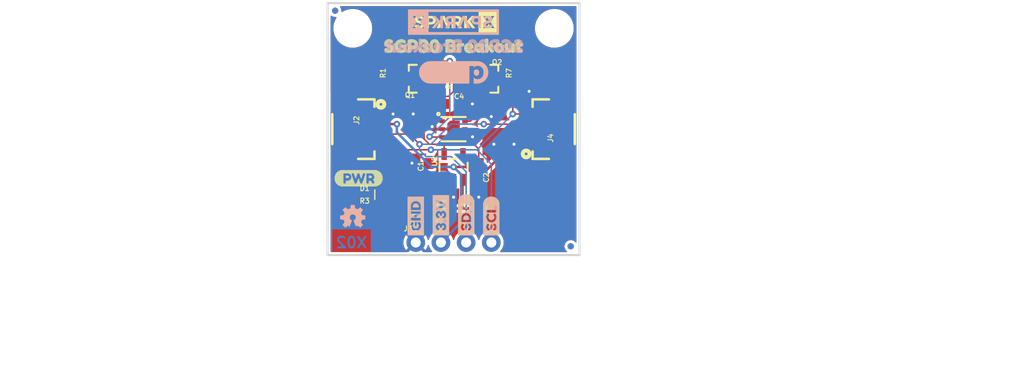
<source format=kicad_pcb>
(kicad_pcb (version 20211014) (generator pcbnew)
  (layers (0 "F.Cu" signal) (31 "B.Cu" signal) (34 "B.Paste" user) (35 "F.Paste" user) (36 "B.SilkS" user "B.Silkscreen") (37 "F.SilkS" user "F.Silkscreen") (38 "B.Mask" user) (39 "F.Mask" user) (44 "Edge.Cuts" user))
  (net 0 "")
  (net 1 "3.3V")
  (net 2 "GND")
  (net 3 "SCL")
  (net 4 "SDA")
  (net 5 "N$3")
  (net 6 "1.8V")
  (net 7 "LSDA")
  (net 8 "LSCL")
  (footprint "eagleBoard:0603" (layer "F.Cu") (at 147.2311 99.9236 -90)
    (fp_text reference "R2" (at 0 -0.762 90) (layer "F.SilkS") (effects (font (size 0.512064 0.512064) (thickness 0.097536)) (justify right)))
    (fp_text value "10k")
    (pad "1" smd rect (at -0.85 0 270) (size 1.1 1) (layers "F.Cu" "F.Paste" "F.Mask") (net 7 "LSDA"))
    (pad "2" smd rect (at 0.85 0 270) (size 1.1 1) (layers "F.Cu" "F.Paste" "F.Mask") (net 6 "1.8V"))
  )
  (footprint "eagleBoard:1X04_1MM_RA" (layer "F.Cu") (at 140.8811 105.0036 -90)
    (fp_text reference "J2" (at -1.397 2.159 90) (layer "F.SilkS") (effects (font (size 0.512064 0.512064) (thickness 0.097536)) (justify right)))
    (fp_text value "")
    (pad "1" smd rect (at -1.5 0 270) (size 0.6 1.35) (layers "F.Cu" "F.Paste" "F.Mask") (net 2 "GND"))
    (pad "2" smd rect (at -0.5 0 270) (size 0.6 1.35) (layers "F.Cu" "F.Paste" "F.Mask") (net 1 "3.3V"))
    (pad "3" smd rect (at 0.5 0 270) (size 0.6 1.35) (layers "F.Cu" "F.Paste" "F.Mask") (net 4 "SDA"))
    (pad "4" smd rect (at 1.5 0 270) (size 0.6 1.35) (layers "F.Cu" "F.Paste" "F.Mask") (net 3 "SCL"))
    (pad "NC1" smd rect (at 2.8 3.675 270) (size 1.2 2) (layers "F.Cu" "F.Paste" "F.Mask"))
    (pad "NC2" smd rect (at -2.8 3.675 270) (size 1.2 2) (layers "F.Cu" "F.Paste" "F.Mask"))
  )
  (footprint "eagleBoard:SOT23-3" (layer "F.Cu") (at 144.6911 99.9236 90)
    (fp_text reference "Q1" (at -1.651 0) (layer "F.SilkS") (effects (font (size 0.512064 0.512064) (thickness 0.097536)) (justify right)))
    (fp_text value "")
    (pad "1" smd rect (at -0.95 1 90) (size 0.8 0.9) (layers "F.Cu" "F.Paste" "F.Mask") (net 6 "1.8V"))
    (pad "2" smd rect (at 0.95 1 90) (size 0.8 0.9) (layers "F.Cu" "F.Paste" "F.Mask") (net 7 "LSDA"))
    (pad "3" smd rect (at 0 -1.1 90) (size 0.8 0.9) (layers "F.Cu" "F.Paste" "F.Mask") (net 4 "SDA"))
  )
  (footprint "eagleBoard:MICRO-FIDUCIAL" (layer "F.Cu") (at 136.5631 93.0656)
    (fp_text reference "JP6" hide)
    (fp_text value "FIDUCIALUFIDUCIAL" hide)
    (pad "1" smd roundrect (at 0 0) (size 0.635 0.635) (layers "F.Cu" "F.Mask") (roundrect_rratio 0.5))
  )
  (footprint "eagleBoard:SOT23-3" (layer "F.Cu") (at 152.3111 99.9236 -90)
    (fp_text reference "Q2" (at -1.651 0) (layer "F.SilkS") (effects (font (size 0.512064 0.512064) (thickness 0.097536)) (justify left)))
    (fp_text value "")
    (pad "1" smd rect (at -0.95 1 270) (size 0.8 0.9) (layers "F.Cu" "F.Paste" "F.Mask") (net 6 "1.8V"))
    (pad "2" smd rect (at 0.95 1 270) (size 0.8 0.9) (layers "F.Cu" "F.Paste" "F.Mask") (net 8 "LSCL"))
    (pad "3" smd rect (at 0 -1.1 270) (size 0.8 0.9) (layers "F.Cu" "F.Paste" "F.Mask") (net 3 "SCL"))
  )
  (footprint "eagleBoard:SCL9" (layer "F.Cu") (at 152.3111 116.1796 90)
    (fp_text reference "U$26" hide)
    (fp_text value "" hide)
  )
  (footprint "eagleBoard:SOT23-5" (layer "F.Cu") (at 148.5011 108.8136)
    (fp_text reference "U2" (at -1.905 0 90) (layer "F.SilkS") (effects (font (size 0.512064 0.512064) (thickness 0.097536)) (justify left)))
    (fp_text value "AP2112k")
    (pad "1" smd rect (at -0.95 1.3001) (size 0.55 1.2) (layers "F.Cu" "F.Paste" "F.Mask") (net 1 "3.3V"))
    (pad "2" smd rect (at 0 1.3001) (size 0.55 1.2) (layers "F.Cu" "F.Paste" "F.Mask") (net 2 "GND"))
    (pad "3" smd rect (at 0.95 1.3001) (size 0.55 1.2) (layers "F.Cu" "F.Paste" "F.Mask") (net 1 "3.3V"))
    (pad "4" smd rect (at 0.95 -1.3001) (size 0.55 1.2) (layers "F.Cu" "F.Paste" "F.Mask"))
    (pad "5" smd rect (at -0.95 -1.3001) (size 0.55 1.2) (layers "F.Cu" "F.Paste" "F.Mask") (net 6 "1.8V"))
  )
  (footprint "eagleBoard:SGP30" (layer "F.Cu") (at 148.5011 105.0036)
    (fp_text reference "U1" hide)
    (fp_text value "SGP30" hide)
    (fp_poly (pts (xy 0.62505 0.85005) (xy -0.62505 0.85005) (xy -0.62505 -0.575021) (xy -0.350021 -0.85005) (xy 0.62505 -0.85005)) (layer "F.Cu") (width 0) (fill solid))
    (pad "1" smd rect (at -1.15 -0.8) (size 0.55 0.4) (layers "F.Cu" "F.Mask") (net 6 "1.8V"))
    (pad "2" smd rect (at -1.15 0) (size 0.55 0.4) (layers "F.Cu" "F.Mask") (net 2 "GND"))
    (pad "3" smd rect (at -1.15 0.8) (size 0.55 0.4) (layers "F.Cu" "F.Mask") (net 7 "LSDA"))
    (pad "4" smd rect (at 1.15 0.8) (size 0.55 0.4) (layers "F.Cu" "F.Mask") (net 2 "GND"))
    (pad "5" smd rect (at 1.15 0) (size 0.55 0.4) (layers "F.Cu" "F.Mask") (net 6 "1.8V"))
    (pad "6" smd rect (at 1.15 -0.8) (size 0.55 0.4) (layers "F.Cu" "F.Mask") (net 8 "LSCL"))
    (pad "DIEPAD" smd rect (at 0 0 90) (size 0.6096 0.3048) (layers "F.Cu") (net 2 "GND"))
  )
  (footprint "eagleBoard:1X04_NO_SILK" (layer "F.Cu") (at 144.6911 116.4336)
    (fp_text reference "J3" (at -1.27 -1.397) (layer "F.SilkS") (effects (font (size 0.512064 0.512064) (thickness 0.097536)) (justify left)))
    (fp_text value "PTH")
    (pad "1" thru_hole circle (at 0 0 90) (size 1.8796 1.8796) (drill 1.016) (layers *.Cu *.Mask) (net 2 "GND"))
    (pad "2" thru_hole circle (at 2.54 0 90) (size 1.8796 1.8796) (drill 1.016) (layers *.Cu *.Mask) (net 1 "3.3V"))
    (pad "3" thru_hole circle (at 5.08 0 90) (size 1.8796 1.8796) (drill 1.016) (layers *.Cu *.Mask) (net 4 "SDA"))
    (pad "4" thru_hole circle (at 7.62 0 90) (size 1.8796 1.8796) (drill 1.016) (layers *.Cu *.Mask) (net 3 "SCL"))
  )
  (footprint "eagleBoard:STAND-OFF" (layer "F.Cu") (at 158.6611 94.8436)
    (fp_text reference "JP4" hide)
    (fp_text value "STAND-OFF" hide)
    (pad "" np_thru_hole circle (at 0 0) (size 3.302 3.302) (drill 3.302) (layers *.Cu *.Mask))
  )
  (footprint "eagleBoard:SDA8" (layer "F.Cu") (at 149.7711 116.1796 90)
    (fp_text reference "U$27" hide)
    (fp_text value "" hide)
  )
  (footprint "eagleBoard:1X04_1MM_RA" (layer "F.Cu") (at 156.1211 105.0036 90)
    (fp_text reference "J4" (at -1.397 2.159 90) (layer "F.SilkS") (effects (font (size 0.512064 0.512064) (thickness 0.097536)) (justify left)))
    (fp_text value "")
    (pad "1" smd rect (at -1.5 0 90) (size 0.6 1.35) (layers "F.Cu" "F.Paste" "F.Mask") (net 2 "GND"))
    (pad "2" smd rect (at -0.5 0 90) (size 0.6 1.35) (layers "F.Cu" "F.Paste" "F.Mask") (net 1 "3.3V"))
    (pad "3" smd rect (at 0.5 0 90) (size 0.6 1.35) (layers "F.Cu" "F.Paste" "F.Mask") (net 4 "SDA"))
    (pad "4" smd rect (at 1.5 0 90) (size 0.6 1.35) (layers "F.Cu" "F.Paste" "F.Mask") (net 3 "SCL"))
    (pad "NC1" smd rect (at 2.8 3.675 90) (size 1.2 2) (layers "F.Cu" "F.Paste" "F.Mask"))
    (pad "NC2" smd rect (at -2.8 3.675 90) (size 1.2 2) (layers "F.Cu" "F.Paste" "F.Mask"))
  )
  (footprint "eagleBoard:SGP30_BREAKOUT1" (layer "F.Cu") (at 140.3731 96.6216)
    (fp_text reference "U$7" hide)
    (fp_text value "" hide)
  )
  (footprint "eagleBoard:0603" (layer "F.Cu") (at 149.7711 99.9236 90)
    (fp_text reference "R6" (at 0 -0.762 90) (layer "F.SilkS") (effects (font (size 0.512064 0.512064) (thickness 0.097536)) (justify left)))
    (fp_text value "10k")
    (pad "1" smd rect (at -0.85 0 90) (size 1.1 1) (layers "F.Cu" "F.Paste" "F.Mask") (net 8 "LSCL"))
    (pad "2" smd rect (at 0.85 0 90) (size 1.1 1) (layers "F.Cu" "F.Paste" "F.Mask") (net 6 "1.8V"))
  )
  (footprint "eagleBoard:(PWR)" (layer "F.Cu") (at 136.4361 109.9566)
    (fp_text reference "U$10" hide)
    (fp_text value "" hide)
  )
  (footprint "eagleBoard:LED-0603" (layer "F.Cu") (at 138.9761 111.6076)
    (fp_text reference "D1" (at 0 -0.635) (layer "F.SilkS") (effects (font (size 0.512064 0.512064) (thickness 0.097536)) (justify left)))
    (fp_text value "RED")
    (pad "A" smd roundrect (at -0.877 0 270) (size 1 1) (layers "F.Cu" "F.Paste" "F.Mask") (roundrect_rratio 0.15) (net 5 "N$3"))
    (pad "C" smd roundrect (at 0.877 0 270) (size 1 1) (layers "F.Cu" "F.Paste" "F.Mask") (roundrect_rratio 0.15) (net 2 "GND"))
  )
  (footprint "eagleBoard:GND1" (layer "F.Cu") (at 144.6911 116.1796 90)
    (fp_text reference "U$22" hide)
    (fp_text value "" hide)
  )
  (footprint "eagleBoard:0603" (layer "F.Cu") (at 151.0411 109.3216 -90)
    (fp_text reference "C2" (at 0 -0.762 90) (layer "F.SilkS") (effects (font (size 0.512064 0.512064) (thickness 0.097536)) (justify right)))
    (fp_text value "1.0uF")
    (pad "1" smd rect (at -0.85 0 270) (size 1.1 1) (layers "F.Cu" "F.Paste" "F.Mask") (net 6 "1.8V"))
    (pad "2" smd rect (at 0.85 0 270) (size 1.1 1) (layers "F.Cu" "F.Paste" "F.Mask") (net 2 "GND"))
  )
  (footprint "eagleBoard:STAND-OFF" (layer "F.Cu") (at 138.3411 94.8436)
    (fp_text reference "JP3" hide)
    (fp_text value "STAND-OFF" hide)
    (pad "" np_thru_hole circle (at 0 0) (size 3.302 3.302) (drill 3.302) (layers *.Cu *.Mask))
  )
  (footprint "eagleBoard:SPARKX-MEDIUM" (layer "F.Cu") (at 148.5011 94.2086)
    (fp_text reference "U$1" hide)
    (fp_text value "SPARKX-LOGO4" hide)
  )
  (footprint "eagleBoard:3#3V2" (layer "F.Cu") (at 147.2311 116.1796 90)
    (fp_text reference "U$21" hide)
    (fp_text value "" hide)
  )
  (footprint "eagleBoard:0603" (layer "F.Cu") (at 138.9761 113.0046)
    (fp_text reference "R3" (at 0 -0.762) (layer "F.SilkS") (effects (font (size 0.512064 0.512064) (thickness 0.097536)) (justify left)))
    (fp_text value "1k")
    (pad "1" smd rect (at -0.85 0) (size 1.1 1) (layers "F.Cu" "F.Paste" "F.Mask") (net 5 "N$3"))
    (pad "2" smd rect (at 0.85 0) (size 1.1 1) (layers "F.Cu" "F.Paste" "F.Mask") (net 1 "3.3V"))
  )
  (footprint "eagleBoard:0603" (layer "F.Cu") (at 154.8511 99.9236 90)
    (fp_text reference "R7" (at 0 -0.762 90) (layer "F.SilkS") (effects (font (size 0.512064 0.512064) (thickness 0.097536)) (justify left)))
    (fp_text value "10k")
    (pad "1" smd rect (at -0.85 0 90) (size 1.1 1) (layers "F.Cu" "F.Paste" "F.Mask") (net 3 "SCL"))
    (pad "2" smd rect (at 0.85 0 90) (size 1.1 1) (layers "F.Cu" "F.Paste" "F.Mask") (net 1 "3.3V"))
  )
  (footprint "eagleBoard:CREATIVE_COMMONS" (layer "F.Cu") (at 123.1011 130.4036)
    (fp_text reference "FRAME1" hide)
    (fp_text value "FRAME-LETTER" hide)
  )
  (footprint "eagleBoard:0603" (layer "F.Cu") (at 145.9611 109.3216 90)
    (fp_text reference "C1" (at 0 -0.762 90) (layer "F.SilkS") (effects (font (size 0.512064 0.512064) (thickness 0.097536)) (justify left)))
    (fp_text value "1.0uF")
    (pad "1" smd rect (at -0.85 0 90) (size 1.1 1) (layers "F.Cu" "F.Paste" "F.Mask") (net 1 "3.3V"))
    (pad "2" smd rect (at 0.85 0 90) (size 1.1 1) (layers "F.Cu" "F.Paste" "F.Mask") (net 2 "GND"))
  )
  (footprint "eagleBoard:0603" (layer "F.Cu") (at 148.5011 102.4636)
    (fp_text reference "C4" (at 0 -0.762) (layer "F.SilkS") (effects (font (size 0.512064 0.512064) (thickness 0.097536)) (justify left)))
    (fp_text value "0.1uF")
    (pad "1" smd rect (at -0.85 0) (size 1.1 1) (layers "F.Cu" "F.Paste" "F.Mask") (net 6 "1.8V"))
    (pad "2" smd rect (at 0.85 0) (size 1.1 1) (layers "F.Cu" "F.Paste" "F.Mask") (net 2 "GND"))
  )
  (footprint "eagleBoard:0603" (layer "F.Cu") (at 142.1511 99.9236 90)
    (fp_text reference "R1" (at 0 -0.762 90) (layer "F.SilkS") (effects (font (size 0.512064 0.512064) (thickness 0.097536)) (justify left)))
    (fp_text value "10k")
    (pad "1" smd rect (at -0.85 0 90) (size 1.1 1) (layers "F.Cu" "F.Paste" "F.Mask") (net 4 "SDA"))
    (pad "2" smd rect (at 0.85 0 90) (size 1.1 1) (layers "F.Cu" "F.Paste" "F.Mask") (net 1 "3.3V"))
  )
  (footprint "eagleBoard:MICRO-FIDUCIAL" (layer "F.Cu") (at 160.3121 116.8146)
    (fp_text reference "JP2" hide)
    (fp_text value "FIDUCIALUFIDUCIAL" hide)
    (pad "1" smd roundrect (at 0 0) (size 0.635 0.635) (layers "F.Cu" "F.Mask") (roundrect_rratio 0.5))
  )
  (footprint "eagleBoard:OSHW-LOGO-MINI" (layer "B.Cu") (at 138.3411 113.8936 180)
    (fp_text reference "LOGO1" hide)
    (fp_text value "OSHW-LOGOMINI" hide)
  )
  (footprint "eagleBoard:SGP30_BREAKOUT1" (layer "B.Cu") (at 156.6291 96.6216 180)
    (fp_text reference "U$8" hide)
    (fp_text value "" hide)
  )
  (footprint "eagleBoard:MICRO-FIDUCIAL" (layer "B.Cu") (at 136.5631 93.0656 180)
    (fp_text reference "JP1" hide)
    (fp_text value "FIDUCIALUFIDUCIAL" hide)
    (pad "1" smd roundrect (at 0 0 180) (size 0.635 0.635) (layers "B.Cu" "B.Mask") (roundrect_rratio 0.5))
  )
  (footprint "eagleBoard:QWIIC_7MM" (layer "B.Cu") (at 148.5011 99.2886 180)
    (fp_text reference "U$9" hide)
    (fp_text value "QWIIC_LOGO_7MM" hide)
  )
  (footprint "eagleBoard:3#3V2" (layer "B.Cu") (at 147.2311 116.1796 90)
    (fp_text reference "U$4" hide)
    (fp_text value "" hide)
  )
  (footprint "eagleBoard:SCL9" (layer "B.Cu") (at 152.3111 116.1796 90)
    (fp_text reference "U$6" hide)
    (fp_text value "" hide)
  )
  (footprint "eagleBoard:SDA8" (layer "B.Cu") (at 149.7711 116.1796 90)
    (fp_text reference "U$5" hide)
    (fp_text value "" hide)
  )
  (footprint "eagleBoard:GND1" (layer "B.Cu") (at 144.6911 116.1796 90)
    (fp_text reference "U$3" hide)
    (fp_text value "" hide)
  )
  (footprint "eagleBoard:MICRO-FIDUCIAL" (layer "B.Cu") (at 160.3121 116.8146 180)
    (fp_text reference "JP5" hide)
    (fp_text value "FIDUCIALUFIDUCIAL" hide)
    (pad "1" smd roundrect (at 0 0 180) (size 0.635 0.635) (layers "B.Cu" "B.Mask") (roundrect_rratio 0.5))
  )
  (footprint "eagleBoard:SPARKX-MEDIUM" (layer "B.Cu") (at 148.5011 94.2086 180)
    (fp_text reference "U$2" hide)
    (fp_text value "SPARKX-LOGO4" hide)
  )
  (gr_line (start 135.8011 92.3036) (end 161.2011 92.3036) (layer "Edge.Cuts") (width 0.2032))
  (gr_line (start 161.2011 117.7036) (end 135.8011 117.7036) (layer "Edge.Cuts") (width 0.2032))
  (gr_line (start 135.8011 117.7036) (end 135.8011 92.3036) (layer "Edge.Cuts") (width 0.2032))
  (gr_line (start 161.2011 92.3036) (end 161.2011 117.7036) (layer "Edge.Cuts") (width 0.2032))
  (gr_text "X02" (at 138.2141 116.4336) (layer "B.Cu") (effects (font (size 1.0795 1.0795) (thickness 0.1905)) (justify mirror)))
  (segment (start 149.3901 113.0046) (end 147.6121 113.0046) (width 0.254) (layer "F.Cu") (net 1))
  (segment (start 145.9611 113.0046) (end 139.8261 113.0046) (width 0.254) (layer "F.Cu") (net 1))
  (segment (start 150.2585 109.301) (end 151.656831 109.301) (width 0.254) (layer "F.Cu") (net 1))
  (segment (start 149.4511 110.1137) (end 149.4511 112.9436) (width 0.1524) (layer "F.Cu") (net 1))
  (segment (start 153.2001 106.7736) (end 154.4701 105.5036) (width 0.254) (layer "F.Cu") (net 1))
  (segment (start 145.9611 110.1716) (end 145.9611 113.0046) (width 0.1524) (layer "F.Cu") (net 1))
  (segment (start 139.6111 100.0506) (end 141.5161 98.1456) (width 0.1524) (layer "F.Cu") (net 1))
  (segment (start 142.0241 98.1456) (end 141.5161 98.1456) (width 0.1524) (layer "F.Cu") (net 1))
  (segment (start 154.8511 98.2726) (end 154.9781 98.1456) (width 0.1524) (layer "F.Cu") (net 1))
  (segment (start 156.1211 105.5036) (end 156.8911 105.5036) (width 0.1524) (layer "F.Cu") (net 1))
  (segment (start 150.0251 113.0046) (end 149.3901 113.0046) (width 0.254) (layer "F.Cu") (net 1))
  (segment (start 149.4511 112.9436) (end 149.3901 113.0046) (width 0.1524) (layer "F.Cu") (net 1))
  (segment (start 142.1511 99.0736) (end 142.1511 98.2726) (width 0.1524) (layer "F.Cu") (net 1))
  (segment (start 154.8511 99.0736) (end 154.8511 98.2726) (width 0.1524) (layer "F.Cu") (net 1))
  (segment (start 150.2617 112.768) (end 150.0251 113.0046) (width 0.254) (layer "F.Cu") (net 1))
  (segment (start 140.8891 104.4956) (end 142.7861 104.4956) (width 0.254) (layer "F.Cu") (net 1))
  (segment (start 147.5511 112.9436) (end 147.6121 113.0046) (width 0.1524) (layer "F.Cu") (net 1))
  (segment (start 148.5011 108.8136) (end 149.7711 108.8136) (width 0.254) (layer "F.Cu") (net 1))
  (segment (start 151.656831 109.301) (end 153.2001 107.757732) (width 0.254) (layer "F.Cu") (net 1))
  (segment (start 157.3911 105.0036) (end 157.3911 100.0506) (width 0.1524) (layer "F.Cu") (net 1))
  (segment (start 150.2585 109.301) (end 150.2617 109.3042) (width 0.254) (layer "F.Cu") (net 1))
  (segment (start 147.6121 113.0046) (end 145.9611 113.0046) (width 0.254) (layer "F.Cu") (net 1))
  (segment (start 150.2617 109.3042) (end 150.2617 112.768) (width 0.254) (layer "F.Cu") (net 1))
  (segment (start 156.8911 105.5036) (end 157.3911 105.0036) (width 0.1524) (layer "F.Cu") (net 1))
  (segment (start 155.9941 105.5036) (end 156.1211 105.5036) (width 0.1524) (layer "F.Cu") (net 1))
  (segment (start 139.8731 104.5036) (end 139.6111 104.2416) (width 0.1524) (layer "F.Cu") (net 1))
  (segment (start 140.8811 104.5036) (end 139.8731 104.5036) (width 0.1524) (layer "F.Cu") (net 1))
  (segment (start 142.1511 98.2726) (end 142.0241 98.1456) (width 0.1524) (layer "F.Cu") (net 1))
  (segment (start 139.6111 104.2416) (end 139.6111 100.0506) (width 0.1524) (layer "F.Cu") (net 1))
  (segment (start 157.3911 100.0506) (end 155.4861 98.1456) (width 0.1524) (layer "F.Cu") (net 1))
  (segment (start 149.7711 108.8136) (end 150.2585 109.301) (width 0.254) (layer "F.Cu") (net 1))
  (segment (start 154.9781 98.1456) (end 155.4861 98.1456) (width 0.1524) (layer "F.Cu") (net 1))
  (segment (start 140.8811 104.5036) (end 140.8891 104.4956) (width 0.254) (layer "F.Cu") (net 1))
  (segment (start 147.5511 110.1137) (end 147.5511 112.9436) (width 0.1524) (layer "F.Cu") (net 1))
  (segment (start 153.2001 107.757732) (end 153.2001 106.7736) (width 0.254) (layer "F.Cu") (net 1))
  (segment (start 154.4701 105.5036) (end 155.9941 105.5036) (width 0.254) (layer "F.Cu") (net 1))
  (via (at 142.7861 104.4956) (size 0.6604) (drill 0.3048) (layers "F.Cu" "B.Cu") (net 1))
  (via (at 148.5011 108.8136) (size 0.6604) (drill 0.3048) (layers "F.Cu" "B.Cu") (net 1))
  (segment (start 146.270256 108.8136) (end 142.7861 105.329444) (width 0.254) (layer "B.Cu") (net 1))
  (segment (start 142.7861 105.329444) (end 142.7861 104.4956) (width 0.254) (layer "B.Cu") (net 1))
  (segment (start 149.2631 109.5756) (end 148.5011 108.8136) (width 0.254) (layer "B.Cu") (net 1))
  (segment (start 149.2631 109.5756) (end 149.2631 114.4016) (width 0.254) (layer "B.Cu") (net 1))
  (segment (start 148.5011 108.8136) (end 146.270256 108.8136) (width 0.254) (layer "B.Cu") (net 1))
  (segment (start 147.2311 116.4336) (end 149.2631 114.4016) (width 0.254) (layer "B.Cu") (net 1))
  (segment (start 148.5011 110.1137) (end 148.5011 109.8296) (width 0.1524) (layer "F.Cu") (net 2))
  (segment (start 148.2471 105.0036) (end 148.3741 105.0036) (width 0.1524) (layer "F.Cu") (net 2))
  (segment (start 148.5011 105.0036) (end 148.5011 103.7336) (width 0.254) (layer "F.Cu") (net 2))
  (segment (start 148.5011 109.8296) (end 147.1431 108.4716) (width 0.1524) (layer "F.Cu") (net 2))
  (segment (start 148.3741 105.1306) (end 148.3741 105.0036) (width 0.254) (layer "F.Cu") (net 2))
  (segment (start 149.3511 102.4636) (end 150.4061 102.4636) (width 0.1524) (layer "F.Cu") (net 2))
  (segment (start 140.8811 103.5036) (end 142.3811 103.5036) (width 0.1524) (layer "F.Cu") (net 2))
  (segment (start 156.1211 106.5036) (end 154.6211 106.5036) (width 0.1524) (layer "F.Cu") (net 2))
  (segment (start 154.6211 106.5036) (end 154.5971 106.5276) (width 0.1524) (layer "F.Cu") (net 2))
  (segment (start 147.1431 108.4716) (end 145.9611 108.4716) (width 0.1524) (layer "F.Cu") (net 2))
  (segment (start 147.3511 105.0036) (end 148.2471 105.0036) (width 0.1524) (layer "F.Cu") (net 2))
  (segment (start 149.0091 105.7656) (end 148.3741 105.1306) (width 0.254) (layer "F.Cu") (net 2))
  (segment (start 149.6511 105.8036) (end 149.0471 105.8036) (width 0.254) (layer "F.Cu") (net 2))
  (segment (start 149.6511 105.8036) (end 149.6764 105.7783) (width 0.1524) (layer "F.Cu") (net 2))
  (segment (start 142.3811 103.5036) (end 142.4051 103.4796) (width 0.1524) (layer "F.Cu") (net 2))
  (segment (start 144.3491 108.4716) (end 144.3101 108.4326) (width 0.254) (layer "F.Cu") (net 2))
  (segment (start 148.3741 105.0036) (end 148.5011 105.0036) (width 0.254) (layer "F.Cu") (net 2))
  (segment (start 147.3511 105.0036) (end 148.3741 105.0036) (width 0.254) (layer "F.Cu") (net 2))
  (segment (start 149.0091 105.7656) (end 148.2471 105.0036) (width 0.1524) (layer "F.Cu") (net 2))
  (segment (start 149.0471 105.8036) (end 149.0091 105.7656) (width 0.254) (layer "F.Cu") (net 2))
  (segment (start 145.9611 108.4716) (end 144.3491 108.4716) (width 0.254) (layer "F.Cu") (net 2))
  (segment (start 146.3421 104.7496) (end 146.4691 104.7496) (width 0.254) (layer "F.Cu") (net 2))
  (segment (start 146.7231 105.0036) (end 147.3511 105.0036) (width 0.1524) (layer "F.Cu") (net 2))
  (segment (start 146.4691 104.7496) (end 146.7231 105.0036) (width 0.254) (layer "F.Cu") (net 2))
  (segment (start 149.6764 105.7783) (end 150.4188 105.7783) (width 0.1524) (layer "F.Cu") (net 2))
  (via (at 152.3111 103.7336) (size 0.6604) (drill 0.3048) (layers "F.Cu" "B.Cu") (net 2))
  (via (at 152.5651 106.5276) (size 0.6604) (drill 0.3048) (layers "F.Cu" "B.Cu") (net 2))
  (via (at 148.5011 111.8616) (size 0.6604) (drill 0.3048) (layers "F.Cu" "B.Cu") (net 2))
  (via (at 144.4371 103.4796) (size 0.6604) (drill 0.3048) (layers "F.Cu" "B.Cu") (net 2))
  (via (at 156.1211 101.1936) (size 0.6604) (drill 0.3048) (layers "F.Cu" "B.Cu") (net 2))
  (via (at 142.4051 103.4796) (size 0.6604) (drill 0.3048) (layers "F.Cu" "B.Cu") (net 2))
  (via (at 144.3101 108.4326) (size 0.6604) (drill 0.3048) (layers "F.Cu" "B.Cu") (net 2))
  (via (at 154.5971 106.5276) (size 0.6604) (drill 0.3048) (layers "F.Cu" "B.Cu") (net 2))
  (via (at 151.0411 111.8616) (size 0.6604) (drill 0.3048) (layers "F.Cu" "B.Cu") (net 2))
  (via (at 150.4188 105.7783) (size 0.6604) (drill 0.3048) (layers "F.Cu" "B.Cu") (net 2))
  (via (at 146.3421 104.7496) (size 0.6604) (drill 0.3048) (layers "F.Cu" "B.Cu") (net 2))
  (via (at 150.4061 102.4636) (size 0.6604) (drill 0.3048) (layers "F.Cu" "B.Cu") (net 2))
  (segment (start 150.4188 105.7783) (end 151.0919 105.1052) (width 0.254) (layer "B.Cu") (net 2))
  (segment (start 151.0919 105.1052) (end 151.801606 105.1052) (width 0.254) (layer "B.Cu") (net 2))
  (segment (start 152.3111 104.595707) (end 152.3111 103.7336) (width 0.254) (layer "B.Cu") (net 2))
  (segment (start 151.801606 105.1052) (end 152.3111 104.595707) (width 0.254) (layer "B.Cu") (net 2))
  (segment (start 153.4111 99.9236) (end 153.9621 100.4746) (width 0.1524) (layer "F.Cu") (net 3))
  (segment (start 154.4701 103.4796) (end 156.0971 103.4796) (width 0.1524) (layer "F.Cu") (net 3))
  (segment (start 153.9621 100.4746) (end 153.9621 101.3206) (width 0.1524) (layer "F.Cu") (net 3))
  (segment (start 143.2179 107.0864) (end 142.6351 106.5036) (width 0.1524) (layer "F.Cu") (net 3))
  (segment (start 156.0971 103.4796) (end 156.1211 103.5036) (width 0.1524) (layer "F.Cu") (net 3))
  (segment (start 154.7241 101.7016) (end 154.4701 101.7016) (width 0.1524) (layer "F.Cu") (net 3))
  (segment (start 154.8511 101.5746) (end 154.7241 101.7016) (width 0.1524) (layer "F.Cu") (net 3))
  (segment (start 153.9621 101.3206) (end 154.3431 101.7016) (width 0.1524) (layer "F.Cu") (net 3))
  (segment (start 142.6351 106.5036) (end 140.8811 106.5036) (width 0.1524) (layer "F.Cu") (net 3))
  (segment (start 154.4701 103.4796) (end 154.4701 101.7016) (width 0.1524) (layer "F.Cu") (net 3))
  (segment (start 154.4701 101.7016) (end 154.3431 101.7016) (width 0.1524) (layer "F.Cu") (net 3))
  (segment (start 154.8511 100.7736) (end 154.8511 101.5746) (width 0.1524) (layer "F.Cu") (net 3))
  (segment (start 146.2151 107.0864) (end 143.2179 107.0864) (width 0.1524) (layer "F.Cu") (net 3))
  (via (at 146.2151 107.0864) (size 0.6604) (drill 0.3048) (layers "F.Cu" "B.Cu") (net 3))
  (via (at 154.4701 103.4796) (size 0.6604) (drill 0.3048) (layers "F.Cu" "B.Cu") (net 3))
  (segment (start 154.4701 103.4796) (end 150.8633 107.0864) (width 0.1524) (layer "B.Cu") (net 3))
  (segment (start 152.3111 108.5342) (end 150.8633 107.0864) (width 0.1524) (layer "B.Cu") (net 3))
  (segment (start 152.3111 116.4336) (end 152.3111 108.5342) (width 0.1524) (layer "B.Cu") (net 3))
  (segment (start 150.8633 107.0864) (end 146.2151 107.0864) (width 0.1524) (layer "B.Cu") (net 3))
  (segment (start 145.0721 106.5276) (end 144.0481 105.5036) (width 0.1524) (layer "F.Cu") (net 4))
  (segment (start 156.1211 104.5036) (end 151.5571 104.5036) (width 0.1524) (layer "F.Cu") (net 4))
  (segment (start 144.0481 105.5036) (end 144.0481 103.9796) (width 0.1524) (layer "F.Cu") (net 4))
  (segment (start 144.0481 105.5036) (end 140.8811 105.5036) (width 0.1524) (layer "F.Cu") (net 4))
  (segment (start 142.1511 101.5746) (end 142.2781 101.7016) (width 0.1524) (layer "F.Cu") (net 4))
  (segment (start 142.9131 102.8446) (end 142.9131 101.7016) (width 0.1524) (layer "F.Cu") (net 4))
  (segment (start 144.0481 103.9796) (end 142.9131 102.8446) (width 0.1524) (layer "F.Cu") (net 4))
  (segment (start 142.2781 101.7016) (end 142.9131 101.7016) (width 0.1524) (layer "F.Cu") (net 4))
  (segment (start 142.1511 100.7736) (end 142.1511 101.5746) (width 0.1524) (layer "F.Cu") (net 4))
  (segment (start 142.9131 100.6016) (end 142.9131 101.7016) (width 0.1524) (layer "F.Cu") (net 4))
  (segment (start 151.5571 104.5036) (end 151.5491 104.4956) (width 0.1524) (layer "F.Cu") (net 4))
  (segment (start 143.5911 99.9236) (end 142.9131 100.6016) (width 0.1524) (layer "F.Cu") (net 4))
  (via (at 145.0721 106.5276) (size 0.6604) (drill 0.3048) (layers "F.Cu" "B.Cu") (net 4))
  (via (at 151.5491 104.4956) (size 0.6604) (drill 0.3048) (layers "F.Cu" "B.Cu") (net 4))
  (segment (start 145.732128 107.772572) (end 148.25034 107.772572) (width 0.1524) (layer "B.Cu") (net 4))
  (segment (start 148.2471 104.4956) (end 146.2151 106.5276) (width 0.1524) (layer "B.Cu") (net 4))
  (segment (start 148.25034 107.772572) (end 149.7711 109.293332) (width 0.1524) (layer "B.Cu") (net 4))
  (segment (start 145.0721 107.112544) (end 145.0721 106.5276) (width 0.1524) (layer "B.Cu") (net 4))
  (segment (start 146.2151 106.5276) (end 145.0721 106.5276) (width 0.1524) (layer "B.Cu") (net 4))
  (segment (start 145.0721 107.112544) (end 145.732128 107.772572) (width 0.1524) (layer "B.Cu") (net 4))
  (segment (start 149.7711 109.293332) (end 149.7711 116.4336) (width 0.1524) (layer "B.Cu") (net 4))
  (segment (start 151.5491 104.4956) (end 148.2471 104.4956) (width 0.1524) (layer "B.Cu") (net 4))
  (segment (start 137.0711 111.8616) (end 137.3251 111.6076) (width 0.1524) (layer "F.Cu") (net 5))
  (segment (start 138.1261 113.0046) (end 137.4521 113.0046) (width 0.1524) (layer "F.Cu") (net 5))
  (segment (start 137.3251 111.6076) (end 138.0991 111.6076) (width 0.1524) (layer "F.Cu") (net 5))
  (segment (start 137.0711 112.6236) (end 137.0711 111.8616) (width 0.1524) (layer "F.Cu") (net 5))
  (segment (start 137.4521 113.0046) (end 137.0711 112.6236) (width 0.1524) (layer "F.Cu") (net 5))
  (segment (start 146.1516 103.5431) (end 146.1516 103.0351) (width 0.1524) (layer "F.Cu") (net 6))
  (segment (start 151.0411 107.007332) (end 150.561368 106.5276) (width 0.1524) (layer "F.Cu") (net 6))
  (segment (start 151.0411 105.5116) (end 151.0411 106.047869) (width 0.1524) (layer "F.Cu") (net 6))
  (segment (start 146.5191 101.7016) (end 146.4691 101.7016) (width 0.1524) (layer "F.Cu") (net 6))
  (segment (start 147.9931 101.7016) (end 148.5011 101.1936) (width 0.1524) (layer "F.Cu") (net 6))
  (segment (start 146.5191 101.7016) (end 147.2311 101.7016) (width 0.1524) (layer "F.Cu") (net 6))
  (segment (start 148.5011 98.7806) (end 149.2631 98.0186) (width 0.1524) (layer "F.Cu") (net 6))
  (segment (start 149.7711 98.0186) (end 149.2631 98.0186) (width 0.1524) (layer "F.Cu") (net 6))
  (segment (start 149.6511 105.0036) (end 150.5331 105.0036) (width 0.1524) (layer "F.Cu") (net 6))
  (segment (start 150.561368 106.5276) (end 147.5511 106.5276) (width 0.1524) (layer "F.Cu") (net 6))
  (segment (start 148.5011 101.1936) (end 148.5011 98.7806) (width 0.1524) (layer "F.Cu") (net 6))
  (segment (start 147.2311 101.7016) (end 147.9931 101.7016) (width 0.1524) (layer "F.Cu") (net 6))
  (segment (start 147.2311 100.7736) (end 147.2311 101.7016) (width 0.1524) (layer "F.Cu") (net 6))
  (segment (start 149.7711 99.0736) (end 149.7711 98.0186) (width 0.1524) (layer "F.Cu") (net 6))
  (segment (start 146.4691 102.2096) (end 146.7231 102.4636) (width 0.1524) (layer "F.Cu") (net 6))
  (segment (start 145.6911 100.8736) (end 146.5191 101.7016) (width 0.1524) (layer "F.Cu") (net 6))
  (segment (start 146.1516 103.5431) (end 146.8121 104.2036) (width 0.1524) (layer "F.Cu") (net 6))
  (segment (start 150.5331 105.0036) (end 151.0411 105.5116) (width 0.1524) (layer "F.Cu") (net 6))
  (segment (start 146.1516 103.0351) (end 146.7231 102.4636) (width 0.1524) (layer "F.Cu") (net 6))
  (segment (start 145.5293 104.1654) (end 145.5293 105.997069) (width 0.1524) (layer "F.Cu") (net 6))
  (segment (start 145.5293 105.997069) (end 146.059831 106.5276) (width 0.1524) (layer "F.Cu") (net 6))
  (segment (start 146.7231 102.4636) (end 147.6511 102.4636) (width 0.1524) (layer "F.Cu") (net 6))
  (segment (start 146.1516 103.5431) (end 145.5293 104.1654) (width 0.1524) (layer "F.Cu") (net 6))
  (segment (start 146.8121 104.2036) (end 147.3511 104.2036) (width 0.1524) (layer "F.Cu") (net 6))
  (segment (start 151.0411 106.047869) (end 150.561368 106.5276) (width 0.1524) (layer "F.Cu") (net 6))
  (segment (start 151.3111 98.9736) (end 150.3561 98.0186) (width 0.1524) (layer "F.Cu") (net 6))
  (segment (start 147.5511 107.5135) (end 147.5511 106.5276) (width 0.1524) (layer "F.Cu") (net 6))
  (segment (start 150.3561 98.0186) (end 149.7711 98.0186) (width 0.1524) (layer "F.Cu") (net 6))
  (segment (start 151.0411 108.4716) (end 151.0411 107.007332) (width 0.1524) (layer "F.Cu") (net 6))
  (segment (start 146.4691 101.7016) (end 146.4691 102.2096) (width 0.1524) (layer "F.Cu") (net 6))
  (segment (start 147.5511 106.5276) (end 146.059831 106.5276) (width 0.1524) (layer "F.Cu") (net 6))
  (segment (start 146.1261 105.8036) (end 147.3511 105.8036) (width 0.1524) (layer "F.Cu") (net 7))
  (segment (start 147.2311 98.1456) (end 148.1201 98.1456) (width 0.1524) (layer "F.Cu") (net 7))
  (segment (start 145.6911 98.9736) (end 146.5191 98.1456) (width 0.1524) (layer "F.Cu") (net 7))
  (segment (start 146.0881 105.7656) (end 146.1261 105.8036) (width 0.1524) (layer "F.Cu") (net 7))
  (segment (start 147.2311 99.0736) (end 147.2311 98.1456) (width 0.1524) (layer "F.Cu") (net 7))
  (segment (start 146.5191 98.1456) (end 147.2311 98.1456) (width 0.1524) (layer "F.Cu") (net 7))
  (via (at 148.1201 98.1456) (size 0.6604) (drill 0.3048) (layers "F.Cu" "B.Cu") (net 7))
  (via (at 146.0881 105.7656) (size 0.6604) (drill 0.3048) (layers "F.Cu" "B.Cu") (net 7))
  (segment (start 146.573568 105.3084) (end 146.5453 105.3084) (width 0.1524) (layer "B.Cu") (net 7))
  (segment (start 148.1201 98.1456) (end 148.1201 103.761869) (width 0.1524) (layer "B.Cu") (net 7))
  (segment (start 146.5453 105.3084) (end 146.0881 105.7656) (width 0.1524) (layer "B.Cu") (net 7))
  (segment (start 148.1201 103.761869) (end 146.573568 105.3084) (width 0.1524) (layer "B.Cu") (net 7))
  (segment (start 149.7711 101.5746) (end 149.8981 101.7016) (width 0.1524) (layer "F.Cu") (net 8))
  (segment (start 151.1681 101.7016) (end 151.4221 101.9556) (width 0.1524) (layer "F.Cu") (net 8))
  (segment (start 151.1681 101.7016) (end 150.7871 101.7016) (width 0.1524) (layer "F.Cu") (net 8))
  (segment (start 149.7711 100.7736) (end 149.7711 101.5746) (width 0.1524) (layer "F.Cu") (net 8))
  (segment (start 150.7871 101.3976) (end 150.7871 101.7016) (width 0.1524) (layer "F.Cu") (net 8))
  (segment (start 150.7871 101.7016) (end 149.8981 101.7016) (width 0.1524) (layer "F.Cu") (net 8))
  (segment (start 151.4221 102.9716) (end 150.1901 104.2036) (width 0.1524) (layer "F.Cu") (net 8))
  (segment (start 149.6511 104.2036) (end 150.1901 104.2036) (width 0.1524) (layer "F.Cu") (net 8))
  (segment (start 151.3111 100.8736) (end 150.7871 101.3976) (width 0.1524) (layer "F.Cu") (net 8))
  (segment (start 151.4221 101.9556) (end 151.4221 102.9716) (width 0.1524) (layer "F.Cu") (net 8))
  (zone (net 2) (net_name "GND") (layer "F.Cu") (priority 6) (connect_pads (clearance 0.3048)) (min_thickness 0.127) (fill yes (thermal_gap 0.304) (thermal_bridge_width 0.304))
    (polygon (pts (xy 161.3281 117.8306) (xy 135.6741 117.8306) (xy 135.6741 92.1766) (xy 161.3281 92.1766)))
  )
  (zone (net 2) (net_name "GND") (layer "B.Cu") (priority 6) (connect_pads (clearance 0.3048)) (min_thickness 0.127) (fill yes (thermal_gap 0.304) (thermal_bridge_width 0.304))
    (polygon (pts (xy 161.3281 117.8306) (xy 135.6741 117.8306) (xy 135.6741 92.1766) (xy 161.3281 92.1766)))
  )
)
</source>
